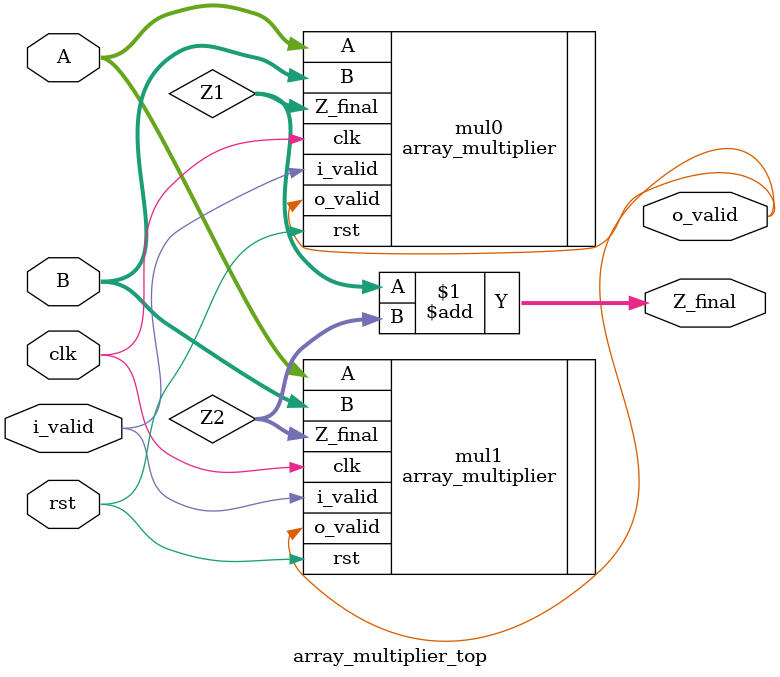
<source format=sv>
`timescale 1ns / 1ps
 
module array_multiplier_top #(
  parameter DATAWIDTH = 4,
  parameter NUM_PIPELINE_STAGES = 1,           // For now, have stages refer to pp sums (seventh row is reg out)
  parameter INSTANCE_ID = 0 
  )
  (
  input logic clk,
  input logic rst,
  input logic i_valid,
  input logic [DATAWIDTH-1:0] A,
  input logic [DATAWIDTH-1:0] B,
  output logic o_valid,
  output logic [DATAWIDTH*2-1:0] Z_final
);
 

  logic [DATAWIDTH*2-1:0] Z1, Z2;
  // Instantiate the 8-bit array multiplier
  array_multiplier #(
    .DATAWIDTH(DATAWIDTH),
    .NUM_PIPELINE_STAGES(NUM_PIPELINE_STAGES),
    .INSTANCE_ID(INSTANCE_ID)
  )
  mul0 (
    .A(A),
    .B(B),
    .Z_final(Z1),
    .clk(clk),
    .rst(rst),
    .i_valid(i_valid),
    .o_valid(o_valid)
  );

  // Instantiate the 8-bit array multiplier
  array_multiplier #(
    .DATAWIDTH(DATAWIDTH),
    .NUM_PIPELINE_STAGES(NUM_PIPELINE_STAGES),
    .INSTANCE_ID(INSTANCE_ID)
  )
  mul1 (
    .A(A),
    .B(B),
    .Z_final(Z2),
    .clk(clk),
    .rst(rst),
    .i_valid(i_valid),
    .o_valid(o_valid)
  ); 

  assign Z_final = Z1 + Z2;
endmodule
</source>
